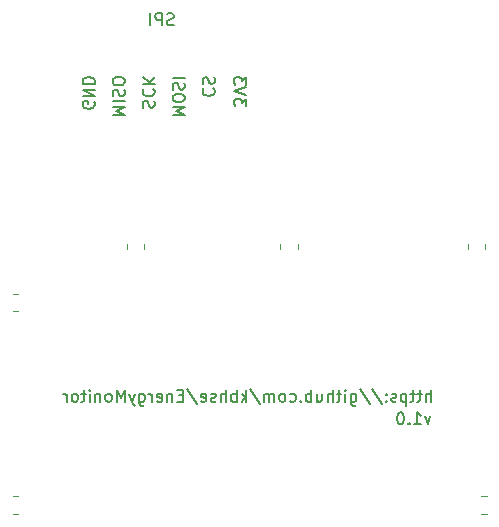
<source format=gbr>
%TF.GenerationSoftware,KiCad,Pcbnew,(5.1.10)-1*%
%TF.CreationDate,2021-09-25T08:27:26+01:00*%
%TF.ProjectId,EnergyMonitor,456e6572-6779-44d6-9f6e-69746f722e6b,v1.0*%
%TF.SameCoordinates,Original*%
%TF.FileFunction,Legend,Bot*%
%TF.FilePolarity,Positive*%
%FSLAX46Y46*%
G04 Gerber Fmt 4.6, Leading zero omitted, Abs format (unit mm)*
G04 Created by KiCad (PCBNEW (5.1.10)-1) date 2021-09-25 08:27:26*
%MOMM*%
%LPD*%
G01*
G04 APERTURE LIST*
%ADD10C,0.150000*%
%ADD11C,0.120000*%
G04 APERTURE END LIST*
D10*
X107068809Y-79017761D02*
X106925952Y-79065380D01*
X106687857Y-79065380D01*
X106592619Y-79017761D01*
X106545000Y-78970142D01*
X106497380Y-78874904D01*
X106497380Y-78779666D01*
X106545000Y-78684428D01*
X106592619Y-78636809D01*
X106687857Y-78589190D01*
X106878333Y-78541571D01*
X106973571Y-78493952D01*
X107021190Y-78446333D01*
X107068809Y-78351095D01*
X107068809Y-78255857D01*
X107021190Y-78160619D01*
X106973571Y-78113000D01*
X106878333Y-78065380D01*
X106640238Y-78065380D01*
X106497380Y-78113000D01*
X106068809Y-79065380D02*
X106068809Y-78065380D01*
X105687857Y-78065380D01*
X105592619Y-78113000D01*
X105545000Y-78160619D01*
X105497380Y-78255857D01*
X105497380Y-78398714D01*
X105545000Y-78493952D01*
X105592619Y-78541571D01*
X105687857Y-78589190D01*
X106068809Y-78589190D01*
X105068809Y-79065380D02*
X105068809Y-78065380D01*
X100322000Y-85568214D02*
X100369619Y-85663452D01*
X100369619Y-85806309D01*
X100322000Y-85949166D01*
X100226761Y-86044404D01*
X100131523Y-86092023D01*
X99941047Y-86139642D01*
X99798190Y-86139642D01*
X99607714Y-86092023D01*
X99512476Y-86044404D01*
X99417238Y-85949166D01*
X99369619Y-85806309D01*
X99369619Y-85711071D01*
X99417238Y-85568214D01*
X99464857Y-85520595D01*
X99798190Y-85520595D01*
X99798190Y-85711071D01*
X99369619Y-85092023D02*
X100369619Y-85092023D01*
X99369619Y-84520595D01*
X100369619Y-84520595D01*
X99369619Y-84044404D02*
X100369619Y-84044404D01*
X100369619Y-83806309D01*
X100322000Y-83663452D01*
X100226761Y-83568214D01*
X100131523Y-83520595D01*
X99941047Y-83472976D01*
X99798190Y-83472976D01*
X99607714Y-83520595D01*
X99512476Y-83568214D01*
X99417238Y-83663452D01*
X99369619Y-83806309D01*
X99369619Y-84044404D01*
X113196619Y-85901547D02*
X113196619Y-85282500D01*
X112815666Y-85615833D01*
X112815666Y-85472976D01*
X112768047Y-85377738D01*
X112720428Y-85330119D01*
X112625190Y-85282500D01*
X112387095Y-85282500D01*
X112291857Y-85330119D01*
X112244238Y-85377738D01*
X112196619Y-85472976D01*
X112196619Y-85758690D01*
X112244238Y-85853928D01*
X112291857Y-85901547D01*
X113196619Y-84996785D02*
X112196619Y-84663452D01*
X113196619Y-84330119D01*
X113196619Y-84092023D02*
X113196619Y-83472976D01*
X112815666Y-83806309D01*
X112815666Y-83663452D01*
X112768047Y-83568214D01*
X112720428Y-83520595D01*
X112625190Y-83472976D01*
X112387095Y-83472976D01*
X112291857Y-83520595D01*
X112244238Y-83568214D01*
X112196619Y-83663452D01*
X112196619Y-83949166D01*
X112244238Y-84044404D01*
X112291857Y-84092023D01*
X109624857Y-84425357D02*
X109577238Y-84472976D01*
X109529619Y-84615833D01*
X109529619Y-84711071D01*
X109577238Y-84853928D01*
X109672476Y-84949166D01*
X109767714Y-84996785D01*
X109958190Y-85044404D01*
X110101047Y-85044404D01*
X110291523Y-84996785D01*
X110386761Y-84949166D01*
X110482000Y-84853928D01*
X110529619Y-84711071D01*
X110529619Y-84615833D01*
X110482000Y-84472976D01*
X110434380Y-84425357D01*
X109577238Y-84044404D02*
X109529619Y-83901547D01*
X109529619Y-83663452D01*
X109577238Y-83568214D01*
X109624857Y-83520595D01*
X109720095Y-83472976D01*
X109815333Y-83472976D01*
X109910571Y-83520595D01*
X109958190Y-83568214D01*
X110005809Y-83663452D01*
X110053428Y-83853928D01*
X110101047Y-83949166D01*
X110148666Y-83996785D01*
X110243904Y-84044404D01*
X110339142Y-84044404D01*
X110434380Y-83996785D01*
X110482000Y-83949166D01*
X110529619Y-83853928D01*
X110529619Y-83615833D01*
X110482000Y-83472976D01*
X106989619Y-86663452D02*
X107989619Y-86663452D01*
X107275333Y-86330119D01*
X107989619Y-85996785D01*
X106989619Y-85996785D01*
X107989619Y-85330119D02*
X107989619Y-85139642D01*
X107942000Y-85044404D01*
X107846761Y-84949166D01*
X107656285Y-84901547D01*
X107322952Y-84901547D01*
X107132476Y-84949166D01*
X107037238Y-85044404D01*
X106989619Y-85139642D01*
X106989619Y-85330119D01*
X107037238Y-85425357D01*
X107132476Y-85520595D01*
X107322952Y-85568214D01*
X107656285Y-85568214D01*
X107846761Y-85520595D01*
X107942000Y-85425357D01*
X107989619Y-85330119D01*
X107037238Y-84520595D02*
X106989619Y-84377738D01*
X106989619Y-84139642D01*
X107037238Y-84044404D01*
X107084857Y-83996785D01*
X107180095Y-83949166D01*
X107275333Y-83949166D01*
X107370571Y-83996785D01*
X107418190Y-84044404D01*
X107465809Y-84139642D01*
X107513428Y-84330119D01*
X107561047Y-84425357D01*
X107608666Y-84472976D01*
X107703904Y-84520595D01*
X107799142Y-84520595D01*
X107894380Y-84472976D01*
X107942000Y-84425357D01*
X107989619Y-84330119D01*
X107989619Y-84092023D01*
X107942000Y-83949166D01*
X106989619Y-83520595D02*
X107989619Y-83520595D01*
X104497238Y-86044404D02*
X104449619Y-85901547D01*
X104449619Y-85663452D01*
X104497238Y-85568214D01*
X104544857Y-85520595D01*
X104640095Y-85472976D01*
X104735333Y-85472976D01*
X104830571Y-85520595D01*
X104878190Y-85568214D01*
X104925809Y-85663452D01*
X104973428Y-85853928D01*
X105021047Y-85949166D01*
X105068666Y-85996785D01*
X105163904Y-86044404D01*
X105259142Y-86044404D01*
X105354380Y-85996785D01*
X105402000Y-85949166D01*
X105449619Y-85853928D01*
X105449619Y-85615833D01*
X105402000Y-85472976D01*
X104544857Y-84472976D02*
X104497238Y-84520595D01*
X104449619Y-84663452D01*
X104449619Y-84758690D01*
X104497238Y-84901547D01*
X104592476Y-84996785D01*
X104687714Y-85044404D01*
X104878190Y-85092023D01*
X105021047Y-85092023D01*
X105211523Y-85044404D01*
X105306761Y-84996785D01*
X105402000Y-84901547D01*
X105449619Y-84758690D01*
X105449619Y-84663452D01*
X105402000Y-84520595D01*
X105354380Y-84472976D01*
X104449619Y-84044404D02*
X105449619Y-84044404D01*
X104449619Y-83472976D02*
X105021047Y-83901547D01*
X105449619Y-83472976D02*
X104878190Y-84044404D01*
X101909619Y-86663452D02*
X102909619Y-86663452D01*
X102195333Y-86330119D01*
X102909619Y-85996785D01*
X101909619Y-85996785D01*
X101909619Y-85520595D02*
X102909619Y-85520595D01*
X101957238Y-85092023D02*
X101909619Y-84949166D01*
X101909619Y-84711071D01*
X101957238Y-84615833D01*
X102004857Y-84568214D01*
X102100095Y-84520595D01*
X102195333Y-84520595D01*
X102290571Y-84568214D01*
X102338190Y-84615833D01*
X102385809Y-84711071D01*
X102433428Y-84901547D01*
X102481047Y-84996785D01*
X102528666Y-85044404D01*
X102623904Y-85092023D01*
X102719142Y-85092023D01*
X102814380Y-85044404D01*
X102862000Y-84996785D01*
X102909619Y-84901547D01*
X102909619Y-84663452D01*
X102862000Y-84520595D01*
X102909619Y-83901547D02*
X102909619Y-83711071D01*
X102862000Y-83615833D01*
X102766761Y-83520595D01*
X102576285Y-83472976D01*
X102242952Y-83472976D01*
X102052476Y-83520595D01*
X101957238Y-83615833D01*
X101909619Y-83711071D01*
X101909619Y-83901547D01*
X101957238Y-83996785D01*
X102052476Y-84092023D01*
X102242952Y-84139642D01*
X102576285Y-84139642D01*
X102766761Y-84092023D01*
X102862000Y-83996785D01*
X102909619Y-83901547D01*
X128809571Y-112180714D02*
X128571476Y-112847380D01*
X128333380Y-112180714D01*
X127428619Y-112847380D02*
X128000047Y-112847380D01*
X127714333Y-112847380D02*
X127714333Y-111847380D01*
X127809571Y-111990238D01*
X127904809Y-112085476D01*
X128000047Y-112133095D01*
X127000047Y-112752142D02*
X126952428Y-112799761D01*
X127000047Y-112847380D01*
X127047666Y-112799761D01*
X127000047Y-112752142D01*
X127000047Y-112847380D01*
X126333380Y-111847380D02*
X126238142Y-111847380D01*
X126142904Y-111895000D01*
X126095285Y-111942619D01*
X126047666Y-112037857D01*
X126000047Y-112228333D01*
X126000047Y-112466428D01*
X126047666Y-112656904D01*
X126095285Y-112752142D01*
X126142904Y-112799761D01*
X126238142Y-112847380D01*
X126333380Y-112847380D01*
X126428619Y-112799761D01*
X126476238Y-112752142D01*
X126523857Y-112656904D01*
X126571476Y-112466428D01*
X126571476Y-112228333D01*
X126523857Y-112037857D01*
X126476238Y-111942619D01*
X126428619Y-111895000D01*
X126333380Y-111847380D01*
X128823690Y-110942380D02*
X128823690Y-109942380D01*
X128395119Y-110942380D02*
X128395119Y-110418571D01*
X128442738Y-110323333D01*
X128537976Y-110275714D01*
X128680833Y-110275714D01*
X128776071Y-110323333D01*
X128823690Y-110370952D01*
X128061785Y-110275714D02*
X127680833Y-110275714D01*
X127918928Y-109942380D02*
X127918928Y-110799523D01*
X127871309Y-110894761D01*
X127776071Y-110942380D01*
X127680833Y-110942380D01*
X127490357Y-110275714D02*
X127109404Y-110275714D01*
X127347500Y-109942380D02*
X127347500Y-110799523D01*
X127299880Y-110894761D01*
X127204642Y-110942380D01*
X127109404Y-110942380D01*
X126776071Y-110275714D02*
X126776071Y-111275714D01*
X126776071Y-110323333D02*
X126680833Y-110275714D01*
X126490357Y-110275714D01*
X126395119Y-110323333D01*
X126347500Y-110370952D01*
X126299880Y-110466190D01*
X126299880Y-110751904D01*
X126347500Y-110847142D01*
X126395119Y-110894761D01*
X126490357Y-110942380D01*
X126680833Y-110942380D01*
X126776071Y-110894761D01*
X125918928Y-110894761D02*
X125823690Y-110942380D01*
X125633214Y-110942380D01*
X125537976Y-110894761D01*
X125490357Y-110799523D01*
X125490357Y-110751904D01*
X125537976Y-110656666D01*
X125633214Y-110609047D01*
X125776071Y-110609047D01*
X125871309Y-110561428D01*
X125918928Y-110466190D01*
X125918928Y-110418571D01*
X125871309Y-110323333D01*
X125776071Y-110275714D01*
X125633214Y-110275714D01*
X125537976Y-110323333D01*
X125061785Y-110847142D02*
X125014166Y-110894761D01*
X125061785Y-110942380D01*
X125109404Y-110894761D01*
X125061785Y-110847142D01*
X125061785Y-110942380D01*
X125061785Y-110323333D02*
X125014166Y-110370952D01*
X125061785Y-110418571D01*
X125109404Y-110370952D01*
X125061785Y-110323333D01*
X125061785Y-110418571D01*
X123871309Y-109894761D02*
X124728452Y-111180476D01*
X122823690Y-109894761D02*
X123680833Y-111180476D01*
X122061785Y-110275714D02*
X122061785Y-111085238D01*
X122109404Y-111180476D01*
X122157023Y-111228095D01*
X122252261Y-111275714D01*
X122395119Y-111275714D01*
X122490357Y-111228095D01*
X122061785Y-110894761D02*
X122157023Y-110942380D01*
X122347500Y-110942380D01*
X122442738Y-110894761D01*
X122490357Y-110847142D01*
X122537976Y-110751904D01*
X122537976Y-110466190D01*
X122490357Y-110370952D01*
X122442738Y-110323333D01*
X122347500Y-110275714D01*
X122157023Y-110275714D01*
X122061785Y-110323333D01*
X121585595Y-110942380D02*
X121585595Y-110275714D01*
X121585595Y-109942380D02*
X121633214Y-109990000D01*
X121585595Y-110037619D01*
X121537976Y-109990000D01*
X121585595Y-109942380D01*
X121585595Y-110037619D01*
X121252261Y-110275714D02*
X120871309Y-110275714D01*
X121109404Y-109942380D02*
X121109404Y-110799523D01*
X121061785Y-110894761D01*
X120966547Y-110942380D01*
X120871309Y-110942380D01*
X120537976Y-110942380D02*
X120537976Y-109942380D01*
X120109404Y-110942380D02*
X120109404Y-110418571D01*
X120157023Y-110323333D01*
X120252261Y-110275714D01*
X120395119Y-110275714D01*
X120490357Y-110323333D01*
X120537976Y-110370952D01*
X119204642Y-110275714D02*
X119204642Y-110942380D01*
X119633214Y-110275714D02*
X119633214Y-110799523D01*
X119585595Y-110894761D01*
X119490357Y-110942380D01*
X119347500Y-110942380D01*
X119252261Y-110894761D01*
X119204642Y-110847142D01*
X118728452Y-110942380D02*
X118728452Y-109942380D01*
X118728452Y-110323333D02*
X118633214Y-110275714D01*
X118442738Y-110275714D01*
X118347500Y-110323333D01*
X118299880Y-110370952D01*
X118252261Y-110466190D01*
X118252261Y-110751904D01*
X118299880Y-110847142D01*
X118347500Y-110894761D01*
X118442738Y-110942380D01*
X118633214Y-110942380D01*
X118728452Y-110894761D01*
X117823690Y-110847142D02*
X117776071Y-110894761D01*
X117823690Y-110942380D01*
X117871309Y-110894761D01*
X117823690Y-110847142D01*
X117823690Y-110942380D01*
X116918928Y-110894761D02*
X117014166Y-110942380D01*
X117204642Y-110942380D01*
X117299880Y-110894761D01*
X117347500Y-110847142D01*
X117395119Y-110751904D01*
X117395119Y-110466190D01*
X117347500Y-110370952D01*
X117299880Y-110323333D01*
X117204642Y-110275714D01*
X117014166Y-110275714D01*
X116918928Y-110323333D01*
X116347500Y-110942380D02*
X116442738Y-110894761D01*
X116490357Y-110847142D01*
X116537976Y-110751904D01*
X116537976Y-110466190D01*
X116490357Y-110370952D01*
X116442738Y-110323333D01*
X116347500Y-110275714D01*
X116204642Y-110275714D01*
X116109404Y-110323333D01*
X116061785Y-110370952D01*
X116014166Y-110466190D01*
X116014166Y-110751904D01*
X116061785Y-110847142D01*
X116109404Y-110894761D01*
X116204642Y-110942380D01*
X116347500Y-110942380D01*
X115585595Y-110942380D02*
X115585595Y-110275714D01*
X115585595Y-110370952D02*
X115537976Y-110323333D01*
X115442738Y-110275714D01*
X115299880Y-110275714D01*
X115204642Y-110323333D01*
X115157023Y-110418571D01*
X115157023Y-110942380D01*
X115157023Y-110418571D02*
X115109404Y-110323333D01*
X115014166Y-110275714D01*
X114871309Y-110275714D01*
X114776071Y-110323333D01*
X114728452Y-110418571D01*
X114728452Y-110942380D01*
X113537976Y-109894761D02*
X114395119Y-111180476D01*
X113204642Y-110942380D02*
X113204642Y-109942380D01*
X113109404Y-110561428D02*
X112823690Y-110942380D01*
X112823690Y-110275714D02*
X113204642Y-110656666D01*
X112395119Y-110942380D02*
X112395119Y-109942380D01*
X112395119Y-110323333D02*
X112299880Y-110275714D01*
X112109404Y-110275714D01*
X112014166Y-110323333D01*
X111966547Y-110370952D01*
X111918928Y-110466190D01*
X111918928Y-110751904D01*
X111966547Y-110847142D01*
X112014166Y-110894761D01*
X112109404Y-110942380D01*
X112299880Y-110942380D01*
X112395119Y-110894761D01*
X111490357Y-110942380D02*
X111490357Y-109942380D01*
X111061785Y-110942380D02*
X111061785Y-110418571D01*
X111109404Y-110323333D01*
X111204642Y-110275714D01*
X111347500Y-110275714D01*
X111442738Y-110323333D01*
X111490357Y-110370952D01*
X110633214Y-110894761D02*
X110537976Y-110942380D01*
X110347500Y-110942380D01*
X110252261Y-110894761D01*
X110204642Y-110799523D01*
X110204642Y-110751904D01*
X110252261Y-110656666D01*
X110347500Y-110609047D01*
X110490357Y-110609047D01*
X110585595Y-110561428D01*
X110633214Y-110466190D01*
X110633214Y-110418571D01*
X110585595Y-110323333D01*
X110490357Y-110275714D01*
X110347500Y-110275714D01*
X110252261Y-110323333D01*
X109395119Y-110894761D02*
X109490357Y-110942380D01*
X109680833Y-110942380D01*
X109776071Y-110894761D01*
X109823690Y-110799523D01*
X109823690Y-110418571D01*
X109776071Y-110323333D01*
X109680833Y-110275714D01*
X109490357Y-110275714D01*
X109395119Y-110323333D01*
X109347500Y-110418571D01*
X109347500Y-110513809D01*
X109823690Y-110609047D01*
X108204642Y-109894761D02*
X109061785Y-111180476D01*
X107871309Y-110418571D02*
X107537976Y-110418571D01*
X107395119Y-110942380D02*
X107871309Y-110942380D01*
X107871309Y-109942380D01*
X107395119Y-109942380D01*
X106966547Y-110275714D02*
X106966547Y-110942380D01*
X106966547Y-110370952D02*
X106918928Y-110323333D01*
X106823690Y-110275714D01*
X106680833Y-110275714D01*
X106585595Y-110323333D01*
X106537976Y-110418571D01*
X106537976Y-110942380D01*
X105680833Y-110894761D02*
X105776071Y-110942380D01*
X105966547Y-110942380D01*
X106061785Y-110894761D01*
X106109404Y-110799523D01*
X106109404Y-110418571D01*
X106061785Y-110323333D01*
X105966547Y-110275714D01*
X105776071Y-110275714D01*
X105680833Y-110323333D01*
X105633214Y-110418571D01*
X105633214Y-110513809D01*
X106109404Y-110609047D01*
X105204642Y-110942380D02*
X105204642Y-110275714D01*
X105204642Y-110466190D02*
X105157023Y-110370952D01*
X105109404Y-110323333D01*
X105014166Y-110275714D01*
X104918928Y-110275714D01*
X104157023Y-110275714D02*
X104157023Y-111085238D01*
X104204642Y-111180476D01*
X104252261Y-111228095D01*
X104347500Y-111275714D01*
X104490357Y-111275714D01*
X104585595Y-111228095D01*
X104157023Y-110894761D02*
X104252261Y-110942380D01*
X104442738Y-110942380D01*
X104537976Y-110894761D01*
X104585595Y-110847142D01*
X104633214Y-110751904D01*
X104633214Y-110466190D01*
X104585595Y-110370952D01*
X104537976Y-110323333D01*
X104442738Y-110275714D01*
X104252261Y-110275714D01*
X104157023Y-110323333D01*
X103776071Y-110275714D02*
X103537976Y-110942380D01*
X103299880Y-110275714D02*
X103537976Y-110942380D01*
X103633214Y-111180476D01*
X103680833Y-111228095D01*
X103776071Y-111275714D01*
X102918928Y-110942380D02*
X102918928Y-109942380D01*
X102585595Y-110656666D01*
X102252261Y-109942380D01*
X102252261Y-110942380D01*
X101633214Y-110942380D02*
X101728452Y-110894761D01*
X101776071Y-110847142D01*
X101823690Y-110751904D01*
X101823690Y-110466190D01*
X101776071Y-110370952D01*
X101728452Y-110323333D01*
X101633214Y-110275714D01*
X101490357Y-110275714D01*
X101395119Y-110323333D01*
X101347500Y-110370952D01*
X101299880Y-110466190D01*
X101299880Y-110751904D01*
X101347500Y-110847142D01*
X101395119Y-110894761D01*
X101490357Y-110942380D01*
X101633214Y-110942380D01*
X100871309Y-110275714D02*
X100871309Y-110942380D01*
X100871309Y-110370952D02*
X100823690Y-110323333D01*
X100728452Y-110275714D01*
X100585595Y-110275714D01*
X100490357Y-110323333D01*
X100442738Y-110418571D01*
X100442738Y-110942380D01*
X99966547Y-110942380D02*
X99966547Y-110275714D01*
X99966547Y-109942380D02*
X100014166Y-109990000D01*
X99966547Y-110037619D01*
X99918928Y-109990000D01*
X99966547Y-109942380D01*
X99966547Y-110037619D01*
X99633214Y-110275714D02*
X99252261Y-110275714D01*
X99490357Y-109942380D02*
X99490357Y-110799523D01*
X99442738Y-110894761D01*
X99347500Y-110942380D01*
X99252261Y-110942380D01*
X98776071Y-110942380D02*
X98871309Y-110894761D01*
X98918928Y-110847142D01*
X98966547Y-110751904D01*
X98966547Y-110466190D01*
X98918928Y-110370952D01*
X98871309Y-110323333D01*
X98776071Y-110275714D01*
X98633214Y-110275714D01*
X98537976Y-110323333D01*
X98490357Y-110370952D01*
X98442738Y-110466190D01*
X98442738Y-110751904D01*
X98490357Y-110847142D01*
X98537976Y-110894761D01*
X98633214Y-110942380D01*
X98776071Y-110942380D01*
X98014166Y-110942380D02*
X98014166Y-110275714D01*
X98014166Y-110466190D02*
X97966547Y-110370952D01*
X97918928Y-110323333D01*
X97823690Y-110275714D01*
X97728452Y-110275714D01*
D11*
%TO.C,R34*%
X93435436Y-120432500D02*
X93889564Y-120432500D01*
X93435436Y-118962500D02*
X93889564Y-118962500D01*
%TO.C,R33*%
X133577064Y-118962500D02*
X133122936Y-118962500D01*
X133577064Y-120432500D02*
X133122936Y-120432500D01*
%TO.C,R32*%
X93435436Y-103287500D02*
X93889564Y-103287500D01*
X93435436Y-101817500D02*
X93889564Y-101817500D01*
%TO.C,R31*%
X103087500Y-97562936D02*
X103087500Y-98017064D01*
X104557500Y-97562936D02*
X104557500Y-98017064D01*
%TO.C,R30*%
X116105000Y-97562936D02*
X116105000Y-98017064D01*
X117575000Y-97562936D02*
X117575000Y-98017064D01*
%TO.C,R15*%
X131980000Y-97562936D02*
X131980000Y-98017064D01*
X133450000Y-97562936D02*
X133450000Y-98017064D01*
%TD*%
M02*

</source>
